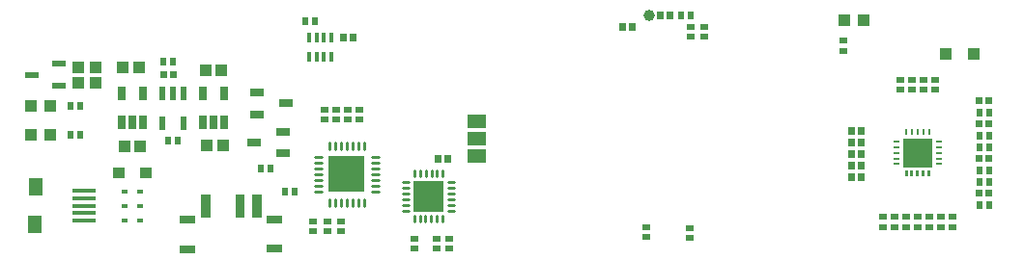
<source format=gtp>
G04 Layer: TopPasteMaskLayer*
G04 EasyEDA v6.5.5, 2022-06-25 23:47:44*
G04 621e16e28f884fd4bf2062cce9099d3c,e579ade59e434e5c9d4a708449f7d829,10*
G04 Gerber Generator version 0.2*
G04 Scale: 100 percent, Rotated: No, Reflected: No *
G04 Dimensions in inches *
G04 leading zeros omitted , absolute positions ,3 integer and 6 decimal *
%FSLAX36Y36*%
%MOIN*%

%ADD14C,0.0110*%
%ADD16C,0.0394*%
%ADD17R,0.0236X0.0256*%
%ADD18R,0.0394X0.0394*%
%ADD19R,0.0256X0.0236*%
%ADD20R,0.0433X0.0394*%
%ADD21R,0.0512X0.0236*%
%ADD22R,0.0430X0.0390*%
%ADD23R,0.0100X0.0197*%
%ADD24R,0.0197X0.0100*%
%ADD25R,0.0984X0.0984*%
%ADD26R,0.0217X0.0472*%
%ADD27R,0.0787X0.0177*%
%ADD28R,0.0472X0.0630*%
%ADD29R,0.0394X0.0433*%
%ADD33R,0.0492X0.0276*%
%ADD34R,0.0189X0.0158*%
%ADD36R,0.0551X0.0315*%
%ADD37R,0.0138X0.0320*%

%LPD*%
D14*
X-679099Y-32454D02*
G01*
X-679099Y-54895D01*
X-659399Y-32454D02*
G01*
X-659399Y-54895D01*
X-639700Y-32454D02*
G01*
X-639700Y-54895D01*
X-620000Y-32454D02*
G01*
X-620000Y-54895D01*
X-600299Y-32454D02*
G01*
X-600299Y-54895D01*
X-580600Y-32454D02*
G01*
X-580600Y-54895D01*
X-560900Y-32454D02*
G01*
X-560900Y-54895D01*
X-532790Y-82995D02*
G01*
X-510348Y-82995D01*
X-532790Y-102694D02*
G01*
X-510348Y-102694D01*
X-532790Y-122395D02*
G01*
X-510348Y-122395D01*
X-532790Y-142094D02*
G01*
X-510348Y-142094D01*
X-532790Y-161794D02*
G01*
X-510348Y-161794D01*
X-532790Y-181494D02*
G01*
X-510348Y-181494D01*
X-532790Y-201194D02*
G01*
X-510348Y-201194D01*
X-560900Y-229304D02*
G01*
X-560900Y-251745D01*
X-580600Y-229304D02*
G01*
X-580600Y-251745D01*
X-600299Y-229304D02*
G01*
X-600299Y-251745D01*
X-620000Y-229304D02*
G01*
X-620000Y-251745D01*
X-639700Y-229304D02*
G01*
X-639700Y-251745D01*
X-659399Y-229304D02*
G01*
X-659399Y-251745D01*
X-679099Y-229304D02*
G01*
X-679099Y-251745D01*
X-729639Y-201194D02*
G01*
X-707199Y-201194D01*
X-729639Y-181494D02*
G01*
X-707199Y-181494D01*
X-729639Y-161794D02*
G01*
X-707199Y-161794D01*
X-729639Y-142094D02*
G01*
X-707199Y-142094D01*
X-729639Y-122395D02*
G01*
X-707199Y-122395D01*
X-729639Y-102694D02*
G01*
X-707199Y-102694D01*
X-729639Y-82995D02*
G01*
X-707199Y-82995D01*
X-427475Y-169784D02*
G01*
X-407003Y-169784D01*
X-427475Y-189484D02*
G01*
X-407003Y-189484D01*
X-427475Y-209184D02*
G01*
X-407003Y-209184D01*
X-427475Y-228784D02*
G01*
X-407003Y-228784D01*
X-427475Y-248485D02*
G01*
X-407003Y-248485D01*
X-427475Y-268184D02*
G01*
X-407003Y-268184D01*
X-387500Y-286788D02*
G01*
X-387500Y-307260D01*
X-367799Y-286788D02*
G01*
X-367799Y-307260D01*
X-348100Y-286788D02*
G01*
X-348100Y-307260D01*
X-328500Y-286788D02*
G01*
X-328500Y-307260D01*
X-308800Y-286788D02*
G01*
X-308800Y-307260D01*
X-289099Y-286788D02*
G01*
X-289099Y-307260D01*
X-269996Y-267784D02*
G01*
X-249524Y-267784D01*
X-269996Y-248085D02*
G01*
X-249524Y-248085D01*
X-269996Y-228384D02*
G01*
X-249524Y-228384D01*
X-269996Y-208784D02*
G01*
X-249524Y-208784D01*
X-269996Y-189085D02*
G01*
X-249524Y-189085D01*
X-269996Y-169384D02*
G01*
X-249524Y-169384D01*
X-288500Y-129308D02*
G01*
X-288500Y-149780D01*
X-308199Y-129308D02*
G01*
X-308199Y-149780D01*
X-327899Y-129308D02*
G01*
X-327899Y-149780D01*
X-347500Y-129308D02*
G01*
X-347500Y-149780D01*
X-367200Y-129308D02*
G01*
X-367200Y-149780D01*
X-386899Y-129308D02*
G01*
X-386899Y-149780D01*
D16*
G01*
X425000Y407905D03*
G36*
X484889Y420695D02*
G01*
X508509Y420695D01*
X508509Y395114D01*
X484889Y395114D01*
G37*
G36*
X451490Y420695D02*
G01*
X475110Y420695D01*
X475110Y395114D01*
X451490Y395114D01*
G37*
D17*
G01*
X533299Y407905D03*
G01*
X566700Y407905D03*
D18*
G01*
X1542240Y275905D03*
G01*
X1447759Y275905D03*
D17*
G01*
X-761700Y386204D03*
G01*
X-728299Y386204D03*
G36*
X-610110Y343994D02*
G01*
X-586490Y343994D01*
X-586490Y318414D01*
X-610110Y318414D01*
G37*
G36*
X-643509Y343994D02*
G01*
X-619889Y343994D01*
X-619889Y318414D01*
X-643509Y318414D01*
G37*
D19*
G01*
X566000Y368704D03*
G01*
X566000Y335304D03*
G01*
X615200Y368805D03*
G01*
X615200Y335405D03*
D20*
G01*
X-1487600Y229265D03*
G01*
X-1487600Y174144D03*
G01*
X-1546899Y229265D03*
G01*
X-1546899Y174144D03*
D21*
G01*
X-1612060Y239304D03*
G01*
X-1706540Y201905D03*
G01*
X-1612060Y164504D03*
G36*
X-202600Y-41694D02*
G01*
X-202600Y4304D01*
X-139600Y4304D01*
X-139600Y-41694D01*
G37*
G36*
X-202600Y-101694D02*
G01*
X-202600Y-55695D01*
X-139600Y-55695D01*
X-139600Y-101694D01*
G37*
G36*
X-202600Y18305D02*
G01*
X-202600Y64304D01*
X-139600Y64304D01*
X-139600Y18305D01*
G37*
G36*
X1144889Y-99602D02*
G01*
X1168509Y-99602D01*
X1168509Y-125183D01*
X1144889Y-125183D01*
G37*
G36*
X1111490Y-99602D02*
G01*
X1135110Y-99602D01*
X1135110Y-125183D01*
X1111490Y-125183D01*
G37*
G36*
X1584889Y-74602D02*
G01*
X1608509Y-74602D01*
X1608509Y-100183D01*
X1584889Y-100183D01*
G37*
G36*
X1551490Y-74602D02*
G01*
X1575110Y-74602D01*
X1575110Y-100183D01*
X1551490Y-100183D01*
G37*
G36*
X1144889Y20397D02*
G01*
X1168509Y20397D01*
X1168509Y-5183D01*
X1144889Y-5183D01*
G37*
G36*
X1111490Y20397D02*
G01*
X1135110Y20397D01*
X1135110Y-5183D01*
X1111490Y-5183D01*
G37*
D19*
G01*
X1290000Y150905D03*
G01*
X1290000Y184304D03*
G36*
X1584889Y125397D02*
G01*
X1608509Y125397D01*
X1608509Y99816D01*
X1584889Y99816D01*
G37*
G36*
X1551490Y125397D02*
G01*
X1575110Y125397D01*
X1575110Y99816D01*
X1551490Y99816D01*
G37*
D17*
G01*
X1563299Y-7395D03*
G01*
X1596700Y-7395D03*
D19*
G01*
X1430000Y-290695D03*
G01*
X1430000Y-324094D03*
G01*
X1230000Y-290695D03*
G01*
X1230000Y-324094D03*
D17*
G01*
X1563299Y-167395D03*
G01*
X1596700Y-167395D03*
D19*
G01*
X1270000Y-290695D03*
G01*
X1270000Y-324094D03*
G01*
X1310000Y-290695D03*
G01*
X1310000Y-324094D03*
G01*
X1350000Y-290695D03*
G01*
X1350000Y-324094D03*
G01*
X1390000Y-290695D03*
G01*
X1390000Y-324094D03*
G01*
X1470000Y-290695D03*
G01*
X1470000Y-324094D03*
D17*
G01*
X1563299Y-47395D03*
G01*
X1596700Y-47395D03*
G01*
X1563299Y-247395D03*
G01*
X1596700Y-247395D03*
G36*
X1584889Y45397D02*
G01*
X1608509Y45397D01*
X1608509Y19816D01*
X1584889Y19816D01*
G37*
G36*
X1551490Y45397D02*
G01*
X1575110Y45397D01*
X1575110Y19816D01*
X1551490Y19816D01*
G37*
G01*
X1563299Y72604D03*
G01*
X1596700Y72604D03*
G36*
X1584889Y-194602D02*
G01*
X1608509Y-194602D01*
X1608509Y-220183D01*
X1584889Y-220183D01*
G37*
G36*
X1551490Y-194602D02*
G01*
X1575110Y-194602D01*
X1575110Y-220183D01*
X1551490Y-220183D01*
G37*
G36*
X1144889Y-139602D02*
G01*
X1168509Y-139602D01*
X1168509Y-165183D01*
X1144889Y-165183D01*
G37*
G36*
X1111490Y-139602D02*
G01*
X1135110Y-139602D01*
X1135110Y-165183D01*
X1111490Y-165183D01*
G37*
G01*
X1563299Y-127395D03*
G01*
X1596700Y-127395D03*
G36*
X1144889Y-19602D02*
G01*
X1168509Y-19602D01*
X1168509Y-45183D01*
X1144889Y-45183D01*
G37*
G36*
X1111490Y-19602D02*
G01*
X1135110Y-19602D01*
X1135110Y-45183D01*
X1111490Y-45183D01*
G37*
G36*
X1144889Y-59602D02*
G01*
X1168509Y-59602D01*
X1168509Y-85183D01*
X1144889Y-85183D01*
G37*
G36*
X1111490Y-59602D02*
G01*
X1135110Y-59602D01*
X1135110Y-85183D01*
X1111490Y-85183D01*
G37*
D19*
G01*
X1330000Y184304D03*
G01*
X1330000Y150905D03*
G01*
X1410000Y150905D03*
G01*
X1410000Y184304D03*
G01*
X1370000Y184304D03*
G01*
X1370000Y150905D03*
G01*
X1095000Y319304D03*
G01*
X1095000Y285905D03*
D22*
G01*
X1096499Y392604D03*
G01*
X1163500Y392604D03*
G01*
X-1641499Y92905D03*
G01*
X-1708500Y92905D03*
G36*
X1306000Y-130542D02*
G01*
X1316000Y-130542D01*
X1316000Y-150242D01*
X1306000Y-150242D01*
G37*
G36*
X1325000Y-130542D02*
G01*
X1335000Y-130542D01*
X1335000Y-150242D01*
X1325000Y-150242D01*
G37*
G36*
X1345000Y-130542D02*
G01*
X1355000Y-130542D01*
X1355000Y-150242D01*
X1345000Y-150242D01*
G37*
G36*
X1365000Y-130542D02*
G01*
X1375000Y-130542D01*
X1375000Y-150242D01*
X1365000Y-150242D01*
G37*
G36*
X1383999Y-130542D02*
G01*
X1393999Y-130542D01*
X1393999Y-150242D01*
X1383999Y-150242D01*
G37*
D24*
G01*
X1423000Y-106394D03*
G01*
X1423000Y-87395D03*
G01*
X1423000Y-67395D03*
G01*
X1423000Y-47395D03*
G01*
X1423000Y-28395D03*
D23*
G01*
X1388999Y5605D03*
G01*
X1370000Y5605D03*
G01*
X1350000Y5605D03*
G01*
X1330000Y5605D03*
G01*
X1311000Y5605D03*
D24*
G01*
X1276999Y-28395D03*
G01*
X1276999Y-47395D03*
G01*
X1276999Y-67395D03*
G01*
X1276999Y-87395D03*
G01*
X1276999Y-106394D03*
D25*
G01*
X1350000Y-67395D03*
D19*
G01*
X415000Y-325695D03*
G01*
X415000Y-359094D03*
G01*
X565000Y-327395D03*
G01*
X565000Y-360794D03*
D17*
G01*
X-1571700Y92905D03*
G01*
X-1538299Y92905D03*
G01*
X-1236700Y-27094D03*
G01*
X-1203299Y-27094D03*
D19*
G01*
X-735000Y-305394D03*
G01*
X-735000Y-338795D03*
G01*
X-685000Y-305394D03*
G01*
X-685000Y-338795D03*
G01*
X-640000Y-305394D03*
G01*
X-640000Y-338795D03*
G01*
X-655000Y79605D03*
G01*
X-655000Y46204D03*
G01*
X-615000Y79605D03*
G01*
X-615000Y46204D03*
G01*
X-575000Y79605D03*
G01*
X-575000Y46204D03*
G01*
X-695000Y79605D03*
G01*
X-695000Y46204D03*
D17*
G01*
X-916700Y-122094D03*
G01*
X-883299Y-122094D03*
G01*
X-1571700Y-7094D03*
G01*
X-1538299Y-7094D03*
G01*
X-1251700Y247905D03*
G01*
X-1218299Y247905D03*
D19*
G01*
X-266000Y-364594D03*
G01*
X-266000Y-397995D03*
D26*
G01*
X-1183000Y137204D03*
G01*
X-1220000Y137204D03*
G01*
X-1256999Y137204D03*
G01*
X-1256999Y35205D03*
G01*
X-1183000Y35205D03*
D27*
G01*
X-1525119Y-302865D03*
G01*
X-1525119Y-277274D03*
G01*
X-1525119Y-251684D03*
G01*
X-1525119Y-226095D03*
G01*
X-1525119Y-200504D03*
D28*
G01*
X-1694880Y-314915D03*
G01*
X-1694239Y-185834D03*
D17*
G01*
X-831700Y-202094D03*
G01*
X-798299Y-202094D03*
G36*
X-1230110Y215695D02*
G01*
X-1206490Y215695D01*
X-1206490Y190114D01*
X-1230110Y190114D01*
G37*
G36*
X-1263509Y215695D02*
G01*
X-1239889Y215695D01*
X-1239889Y190114D01*
X-1263509Y190114D01*
G37*
G36*
X352989Y380397D02*
G01*
X376610Y380397D01*
X376610Y354816D01*
X352989Y354816D01*
G37*
G36*
X319589Y380397D02*
G01*
X343209Y380397D01*
X343209Y354816D01*
X319589Y354816D01*
G37*
G36*
X-283618Y-75491D02*
G01*
X-259998Y-75491D01*
X-259998Y-101071D01*
X-283618Y-101071D01*
G37*
G36*
X-317019Y-75491D02*
G01*
X-293398Y-75491D01*
X-293398Y-101071D01*
X-317019Y-101071D01*
G37*
D19*
G01*
X-385500Y-397995D03*
G01*
X-385500Y-364594D03*
G01*
X-308999Y-398494D03*
G01*
X-308999Y-365095D03*
D29*
G01*
X-1052439Y217905D03*
G01*
X-1107550Y217905D03*
G01*
X-1047439Y-42094D03*
G01*
X-1102550Y-42094D03*
G01*
X-1332439Y-47094D03*
G01*
X-1387550Y-47094D03*
G01*
X-1337439Y227905D03*
G01*
X-1392550Y227905D03*
G36*
X-681610Y-80485D02*
G01*
X-558389Y-80485D01*
X-558389Y-203704D01*
X-681610Y-203704D01*
G37*
G36*
X-1130600Y60505D02*
G01*
X-1103400Y60505D01*
X-1103400Y13305D01*
X-1130600Y13305D01*
G37*
G36*
X-1093599Y60505D02*
G01*
X-1066400Y60505D01*
X-1066400Y13305D01*
X-1093599Y13305D01*
G37*
G36*
X-1056599Y60505D02*
G01*
X-1029399Y60505D01*
X-1029399Y13305D01*
X-1056599Y13305D01*
G37*
G36*
X-1056599Y162505D02*
G01*
X-1029399Y162505D01*
X-1029399Y115304D01*
X-1056599Y115304D01*
G37*
G36*
X-1130600Y162505D02*
G01*
X-1103400Y162505D01*
X-1103400Y115304D01*
X-1130600Y115304D01*
G37*
G36*
X-1410600Y60505D02*
G01*
X-1383400Y60505D01*
X-1383400Y13305D01*
X-1410600Y13305D01*
G37*
G36*
X-1373599Y60505D02*
G01*
X-1346400Y60505D01*
X-1346400Y13305D01*
X-1373599Y13305D01*
G37*
G36*
X-1336599Y60505D02*
G01*
X-1309399Y60505D01*
X-1309399Y13305D01*
X-1336599Y13305D01*
G37*
G36*
X-1336599Y162505D02*
G01*
X-1309399Y162505D01*
X-1309399Y115304D01*
X-1336599Y115304D01*
G37*
G36*
X-1410600Y162505D02*
G01*
X-1383400Y162505D01*
X-1383400Y115304D01*
X-1410600Y115304D01*
G37*
G36*
X-391269Y-166021D02*
G01*
X-285748Y-166021D01*
X-285748Y-271541D01*
X-391269Y-271541D01*
G37*
G36*
X-1426929Y-117409D02*
G01*
X-1387559Y-117409D01*
X-1387559Y-156779D01*
X-1426929Y-156779D01*
G37*
G36*
X-1332440Y-117409D02*
G01*
X-1293071Y-117409D01*
X-1293071Y-156779D01*
X-1332440Y-156779D01*
G37*
D33*
G01*
X-939200Y-32094D03*
G01*
X-840799Y5304D03*
G01*
X-840799Y-69494D03*
G01*
X-830799Y102905D03*
G01*
X-929200Y65505D03*
G01*
X-929200Y140304D03*
D22*
G01*
X-1641499Y-7094D03*
G01*
X-1708500Y-7094D03*
D34*
G01*
X-1334020Y-302094D03*
G01*
X-1385979Y-302094D03*
G01*
X-1334020Y-252094D03*
G01*
X-1385979Y-252094D03*
G36*
X-1395429Y-194220D02*
G01*
X-1376530Y-194220D01*
X-1376530Y-209969D01*
X-1395429Y-209969D01*
G37*
G36*
X-1343469Y-194220D02*
G01*
X-1324570Y-194220D01*
X-1324570Y-209969D01*
X-1343469Y-209969D01*
G37*
G36*
X-1122730Y-212995D02*
G01*
X-1091229Y-212995D01*
X-1091229Y-291735D01*
X-1122730Y-291735D01*
G37*
G36*
X-1004620Y-212995D02*
G01*
X-973119Y-212995D01*
X-973119Y-291735D01*
X-1004620Y-291735D01*
G37*
G36*
X-945569Y-212995D02*
G01*
X-914070Y-212995D01*
X-914070Y-291735D01*
X-945569Y-291735D01*
G37*
D36*
G01*
X-1169340Y-299994D03*
G01*
X-870780Y-299654D03*
G01*
X-870299Y-398445D03*
G01*
X-1169700Y-401824D03*
D37*
G01*
X-750000Y332204D03*
G01*
X-724399Y332204D03*
G01*
X-698400Y332204D03*
G01*
X-672799Y332204D03*
G01*
X-750000Y264205D03*
G01*
X-724399Y264205D03*
G01*
X-698400Y264205D03*
G01*
X-672799Y264205D03*
M02*

</source>
